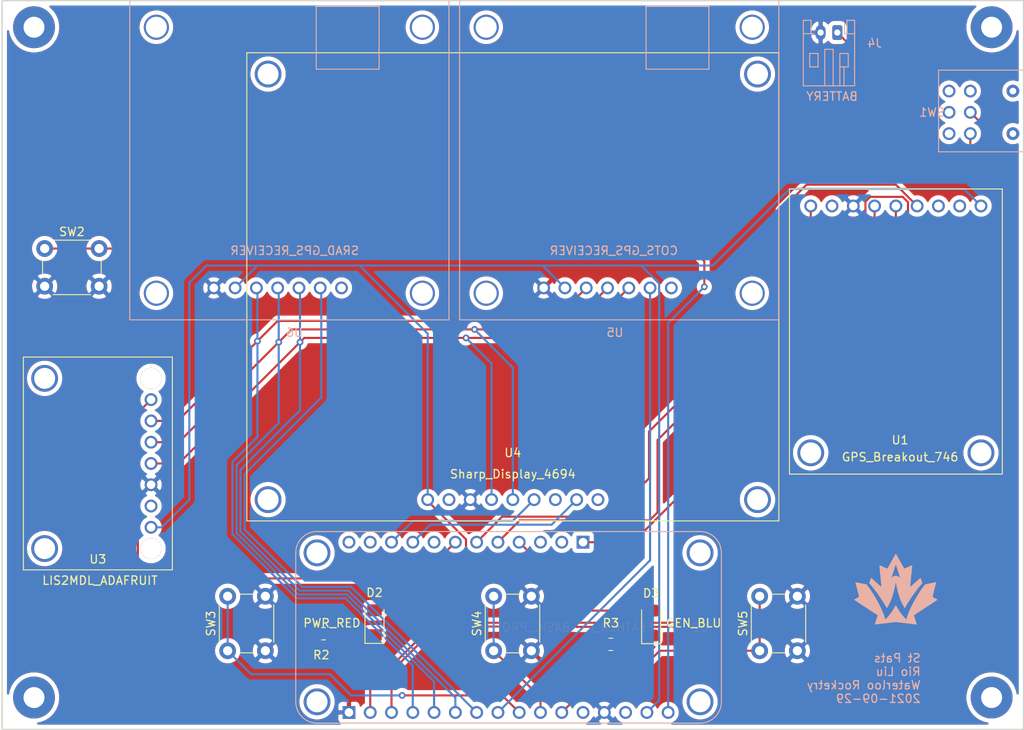
<source format=kicad_pcb>
(kicad_pcb (version 20171130) (host pcbnew 5.1.9+dfsg1-1)
  (layers (0 F.Cu signal) (31 B.Cu signal) (34 B.Paste user) (35 F.Paste user) (36 B.SilkS user) (37 F.SilkS user) (38 B.Mask user) (39 F.Mask user) (44 Edge.Cuts user))
  (net 0 "")
  (net 1 GND)
  (net 2 +3V3)
  (net 3 /GPS_FIX_D11)
  (net 4 "Net-(D2-Pad1)")
  (net 5 /RST)
  (net 6 /BTN_A1)
  (net 7 /BTN_A2)
  (net 8 /BTN_A3)
  (net 9 /SCK)
  (net 10 /MOSI)
  (net 11 /MISO)
  (net 12 /SHARP_CS_D5)
  (net 13 /SHARP_DISP_D6)
  (net 14 /GPS_PPS_D12)
  (net 15 +BATT)
  (net 16 "Net-(J4-Pad1)")
  (net 17 "Net-(D3-Pad2)")
  (net 18 "Net-(D3-Pad1)")
  (net 19 /SRAD_RECV_CS_A5)
  (net 20 /CPS_CS_D10)
  (net 21 /COTS_RECV_CS_A4)
  (net 22 /GPS_TX)
  (net 23 /GPS_RX)
  (module st_pat:Logo_SilkScreen_10mm (layer B.Cu) (at 185.42 107.696 180)
    (fp_text reference G*** hide)
    (fp_text value LOGO hide)
  )
  (module MountingHole:MountingHole_2.5mm_Pad (layer F.Cu) (at 196.85 120.65)
    (fp_text reference " " (at 0 -0.254) (layer F.SilkS))
    (fp_text value " ")
    (pad 1 thru_hole circle (at 0 0) (size 5 5) (drill 2.5) (layers *.Cu *.Mask))
  )
  (module st_pat:GPS_Breakout_746 (layer F.Cu) (at 185.42 97.028 180)
    (fp_text reference U1 (at -0.508 7.112 180) (layer F.SilkS))
    (fp_text value GPS_Breakout_746 (at -0.508 5.08 180) (layer F.SilkS))
    (pad "" thru_hole circle (at 10.16 5.588 180) (size 3.2 3.2) (drill 2.5) (layers *.Cu *.Mask))
    (pad "" thru_hole circle (at -10.16 5.588 180) (size 3.2 3.2) (drill 2.5) (layers *.Cu *.Mask))
    (pad 2 thru_hole circle (at 7.62 35.052 180) (size 1.53 1.53) (drill 1.02) (layers *.Cu *.Mask))
    (pad 1 thru_hole circle (at 10.16 35.052 180) (size 1.53 1.53) (drill 1.02) (layers *.Cu *.Mask) (net 14 /GPS_PPS_D12))
    (pad 6 thru_hole circle (at -2.54 35.052 180) (size 1.53 1.53) (drill 1.02) (layers *.Cu *.Mask) (net 3 /GPS_FIX_D11))
    (pad 4 thru_hole circle (at 2.54 35.052 180) (size 1.53 1.53) (drill 1.02) (layers *.Cu *.Mask) (net 23 /GPS_RX))
    (pad 8 thru_hole circle (at -7.62 35.052 180) (size 1.53 1.53) (drill 1.02) (layers *.Cu *.Mask))
    (pad 3 thru_hole circle (at 5.08 35.052 180) (size 1.53 1.53) (drill 1.02) (layers *.Cu *.Mask) (net 1 GND))
    (pad 9 thru_hole circle (at -10.16 35.052 180) (size 1.53 1.53) (drill 1.02) (layers *.Cu *.Mask) (net 2 +3V3))
    (pad 5 thru_hole circle (at 0 35.052 180) (size 1.53 1.53) (drill 1.02) (layers *.Cu *.Mask) (net 22 /GPS_TX))
    (pad 7 thru_hole circle (at -5.08 35.052 180) (size 1.53 1.53) (drill 1.02) (layers *.Cu *.Mask))
  )
  (module Button_Switch_THT:SW_PUSH_6mm (layer F.Cu) (at 169.164 115.062 90)
    (fp_text reference SW5 (at 3.25 -2 90) (layer F.SilkS))
    (fp_text value BTN)
    (pad 1 thru_hole circle (at 6.5 0 180) (size 2 2) (drill 1.1) (layers *.Cu *.Mask) (net 6 /BTN_A1))
    (pad 2 thru_hole circle (at 6.5 4.5 180) (size 2 2) (drill 1.1) (layers *.Cu *.Mask) (net 1 GND))
    (pad 1 thru_hole circle (at 0 0 180) (size 2 2) (drill 1.1) (layers *.Cu *.Mask) (net 6 /BTN_A1))
    (pad 2 thru_hole circle (at 0 4.5 180) (size 2 2) (drill 1.1) (layers *.Cu *.Mask) (net 1 GND))
  )
  (module Button_Switch_THT:SW_PUSH_6mm (layer F.Cu) (at 137.414 115.062 90)
    (fp_text reference SW4 (at 3.25 -2 90) (layer F.SilkS))
    (fp_text value BTN)
    (pad 1 thru_hole circle (at 6.5 0 180) (size 2 2) (drill 1.1) (layers *.Cu *.Mask) (net 7 /BTN_A2))
    (pad 2 thru_hole circle (at 6.5 4.5 180) (size 2 2) (drill 1.1) (layers *.Cu *.Mask) (net 1 GND))
    (pad 1 thru_hole circle (at 0 0 180) (size 2 2) (drill 1.1) (layers *.Cu *.Mask) (net 7 /BTN_A2))
    (pad 2 thru_hole circle (at 0 4.5 180) (size 2 2) (drill 1.1) (layers *.Cu *.Mask) (net 1 GND))
  )
  (module Button_Switch_THT:SW_PUSH_6mm (layer F.Cu) (at 105.664 115.062 90)
    (fp_text reference SW3 (at 3.25 -2 90) (layer F.SilkS))
    (fp_text value BTN)
    (pad 1 thru_hole circle (at 6.5 0 180) (size 2 2) (drill 1.1) (layers *.Cu *.Mask) (net 8 /BTN_A3))
    (pad 2 thru_hole circle (at 6.5 4.5 180) (size 2 2) (drill 1.1) (layers *.Cu *.Mask) (net 1 GND))
    (pad 1 thru_hole circle (at 0 0 180) (size 2 2) (drill 1.1) (layers *.Cu *.Mask) (net 8 /BTN_A3))
    (pad 2 thru_hole circle (at 0 4.5 180) (size 2 2) (drill 1.1) (layers *.Cu *.Mask) (net 1 GND))
  )
  (module Button_Switch_THT:SW_PUSH_6mm (layer F.Cu) (at 83.82 67.056)
    (fp_text reference SW2 (at 3.25 -2) (layer F.SilkS))
    (fp_text value BTN_RST)
    (pad 1 thru_hole circle (at 6.5 0 90) (size 2 2) (drill 1.1) (layers *.Cu *.Mask) (net 5 /RST))
    (pad 2 thru_hole circle (at 6.5 4.5 90) (size 2 2) (drill 1.1) (layers *.Cu *.Mask) (net 1 GND))
    (pad 1 thru_hole circle (at 0 0 90) (size 2 2) (drill 1.1) (layers *.Cu *.Mask) (net 5 /RST))
    (pad 2 thru_hole circle (at 0 4.5 90) (size 2 2) (drill 1.1) (layers *.Cu *.Mask) (net 1 GND))
  )
  (module MountingHole:MountingHole_2.5mm_Pad (layer F.Cu) (at 82.55 120.65)
    (fp_text reference " " (at 0 -0.254) (layer F.SilkS))
    (fp_text value " ")
    (pad 1 thru_hole circle (at 0 0) (size 5 5) (drill 2.5) (layers *.Cu *.Mask))
  )
  (module MountingHole:MountingHole_2.5mm_Pad (layer F.Cu) (at 82.55 40.64)
    (fp_text reference " " (at 0 -0.254) (layer F.SilkS))
    (fp_text value " ")
    (pad 1 thru_hole circle (at 0 0) (size 5 5) (drill 2.5) (layers *.Cu *.Mask))
  )
  (module MountingHole:MountingHole_2.5mm_Pad (layer F.Cu) (at 196.85 40.64)
    (fp_text reference " " (at 0 -0.254) (layer F.SilkS))
    (fp_text value " ")
    (pad 1 thru_hole circle (at 0 0) (size 5 5) (drill 2.5) (layers *.Cu *.Mask))
  )
  (module st_pat:Sharp_Display (layer F.Cu) (at 129.54 97.028 180)
    (fp_text reference U4 (at -10.16 5.588) (layer F.SilkS))
    (fp_text value Sharp_Display_4694 (at -10.16 3.048) (layer F.SilkS))
    (pad 9 thru_hole circle (at -20.32 0 180) (size 1.53 1.53) (drill 1.02) (layers *.Cu *.Mask))
    (pad 8 thru_hole circle (at -17.78 0 180) (size 1.53 1.53) (drill 1.02) (layers *.Cu *.Mask) (net 13 /SHARP_DISP_D6))
    (pad 7 thru_hole circle (at -15.24 0 180) (size 1.53 1.53) (drill 1.02) (layers *.Cu *.Mask))
    (pad 6 thru_hole circle (at -12.7 0 180) (size 1.53 1.53) (drill 1.02) (layers *.Cu *.Mask) (net 12 /SHARP_CS_D5))
    (pad 5 thru_hole circle (at -10.16 0 180) (size 1.53 1.53) (drill 1.02) (layers *.Cu *.Mask) (net 10 /MOSI))
    (pad 4 thru_hole circle (at -7.62 0 180) (size 1.53 1.53) (drill 1.02) (layers *.Cu *.Mask) (net 9 /SCK))
    (pad 3 thru_hole circle (at -5.08 0 180) (size 1.53 1.53) (drill 1.02) (layers *.Cu *.Mask) (net 1 GND))
    (pad 2 thru_hole circle (at -2.54 0 180) (size 1.53 1.53) (drill 1.02) (layers *.Cu *.Mask))
    (pad 1 thru_hole circle (at 0 0 180) (size 1.53 1.53) (drill 1.02) (layers *.Cu *.Mask) (net 2 +3V3))
    (pad "" thru_hole circle (at 19.05 0 180) (size 3.2 3.2) (drill 2.5) (layers *.Cu *.Mask))
    (pad "" thru_hole circle (at 19.05 50.8 180) (size 3.2 3.2) (drill 2.5) (layers *.Cu *.Mask))
    (pad "" thru_hole circle (at -39.37 50.8 180) (size 3.2 3.2) (drill 2.5) (layers *.Cu *.Mask))
    (pad "" thru_hole circle (at -39.37 0 180) (size 3.2 3.2) (drill 2.5) (layers *.Cu *.Mask))
  )
  (module FEATHER_M0_BASIC_PROTO:FEATHER_M0_BASIC_PROTO (layer B.Cu) (at 139.192 112.268 180)
    (fp_text reference U2 (at -22.86 0 180) (layer B.SilkS) (effects (font (thickness 0.015)) (justify mirror)))
    (fp_text value FEATHER_M0_BASIC_PROTO (at -7.366 0 180) (layer B.SilkS) (effects (font (thickness 0.015)) (justify mirror)))
    (pad P1_1 thru_hole rect (at 19.05 -10.16 180) (size 1.53 1.53) (drill 1.02) (layers *.Cu *.Mask) (net 1 GND))
    (pad P2_1 thru_hole rect (at -8.89 10.16 180) (size 1.53 1.53) (drill 1.02) (layers *.Cu *.Mask) (net 15 +BATT))
    (pad P$1 thru_hole circle (at -22.86 8.89 180) (size 3.2 3.2) (drill 2.5) (layers *.Cu *.Mask))
    (pad P$2 thru_hole circle (at -22.86 -8.89 180) (size 3.2 3.2) (drill 2.5) (layers *.Cu *.Mask))
    (pad P2_2 thru_hole circle (at -6.35 10.16 180) (size 1.53 1.53) (drill 1.02) (layers *.Cu *.Mask))
    (pad P2_3 thru_hole circle (at -3.81 10.16 180) (size 1.53 1.53) (drill 1.02) (layers *.Cu *.Mask))
    (pad P2_4 thru_hole circle (at -1.27 10.16 180) (size 1.53 1.53) (drill 1.02) (layers *.Cu *.Mask) (net 17 "Net-(D3-Pad2)"))
    (pad P2_5 thru_hole circle (at 1.27 10.16 180) (size 1.53 1.53) (drill 1.02) (layers *.Cu *.Mask) (net 14 /GPS_PPS_D12))
    (pad P2_6 thru_hole circle (at 3.81 10.16 180) (size 1.53 1.53) (drill 1.02) (layers *.Cu *.Mask) (net 3 /GPS_FIX_D11))
    (pad P2_7 thru_hole circle (at 6.35 10.16 180) (size 1.53 1.53) (drill 1.02) (layers *.Cu *.Mask) (net 20 /CPS_CS_D10))
    (pad P2_8 thru_hole circle (at 8.89 10.16 180) (size 1.53 1.53) (drill 1.02) (layers *.Cu *.Mask))
    (pad P2_9 thru_hole circle (at 11.43 10.16 180) (size 1.53 1.53) (drill 1.02) (layers *.Cu *.Mask) (net 13 /SHARP_DISP_D6))
    (pad P2_10 thru_hole circle (at 13.97 10.16 180) (size 1.53 1.53) (drill 1.02) (layers *.Cu *.Mask) (net 12 /SHARP_CS_D5))
    (pad P2_11 thru_hole circle (at 16.51 10.16 180) (size 1.53 1.53) (drill 1.02) (layers *.Cu *.Mask))
    (pad P2_12 thru_hole circle (at 19.05 10.16 180) (size 1.53 1.53) (drill 1.02) (layers *.Cu *.Mask))
    (pad P1_2 thru_hole circle (at 16.51 -10.16 180) (size 1.53 1.53) (drill 1.02) (layers *.Cu *.Mask) (net 23 /GPS_RX))
    (pad P1_3 thru_hole circle (at 13.97 -10.16 180) (size 1.53 1.53) (drill 1.02) (layers *.Cu *.Mask) (net 22 /GPS_TX))
    (pad P1_4 thru_hole circle (at 11.43 -10.16 180) (size 1.53 1.53) (drill 1.02) (layers *.Cu *.Mask) (net 11 /MISO))
    (pad P1_5 thru_hole circle (at 8.89 -10.16 180) (size 1.53 1.53) (drill 1.02) (layers *.Cu *.Mask) (net 10 /MOSI))
    (pad P1_6 thru_hole circle (at 6.35 -10.16 180) (size 1.53 1.53) (drill 1.02) (layers *.Cu *.Mask) (net 9 /SCK))
    (pad P1_7 thru_hole circle (at 3.81 -10.16 180) (size 1.53 1.53) (drill 1.02) (layers *.Cu *.Mask) (net 19 /SRAD_RECV_CS_A5))
    (pad P1_8 thru_hole circle (at 1.27 -10.16 180) (size 1.53 1.53) (drill 1.02) (layers *.Cu *.Mask) (net 21 /COTS_RECV_CS_A4))
    (pad P1_9 thru_hole circle (at -1.27 -10.16 180) (size 1.53 1.53) (drill 1.02) (layers *.Cu *.Mask) (net 8 /BTN_A3))
    (pad P1_10 thru_hole circle (at -3.81 -10.16 180) (size 1.53 1.53) (drill 1.02) (layers *.Cu *.Mask) (net 7 /BTN_A2))
    (pad P1_11 thru_hole circle (at -6.35 -10.16 180) (size 1.53 1.53) (drill 1.02) (layers *.Cu *.Mask) (net 6 /BTN_A1))
    (pad P1_12 thru_hole circle (at -8.89 -10.16 180) (size 1.53 1.53) (drill 1.02) (layers *.Cu *.Mask))
    (pad P1_13 thru_hole circle (at -11.43 -10.16 180) (size 1.53 1.53) (drill 1.02) (layers *.Cu *.Mask) (net 1 GND))
    (pad P1_14 thru_hole circle (at -13.97 -10.16 180) (size 1.53 1.53) (drill 1.02) (layers *.Cu *.Mask))
    (pad P1_15 thru_hole circle (at -16.51 -10.16 180) (size 1.53 1.53) (drill 1.02) (layers *.Cu *.Mask) (net 2 +3V3))
    (pad P1_16 thru_hole circle (at -19.05 -10.16 180) (size 1.53 1.53) (drill 1.02) (layers *.Cu *.Mask) (net 5 /RST))
    (pad P$3 thru_hole circle (at 22.86 -8.89 180) (size 3.2 3.2) (drill 2.5) (layers *.Cu *.Mask))
    (pad P$4 thru_hole circle (at 22.86 8.89 180) (size 3.2 3.2) (drill 2.5) (layers *.Cu *.Mask))
  )
  (module st_pat:LIS3MDL_ADAFRUIT (layer F.Cu) (at 78.74 97.79 90)
    (fp_text reference U3 (at -6.35 11.43 180) (layer F.SilkS))
    (fp_text value LIS2MDL_ADAFRUIT (at -8.89 11.684 180) (layer F.SilkS))
    (pad 1 thru_hole circle (at -2.54 17.78 90) (size 1.53 1.53) (drill 1.02) (layers *.Cu *.Mask) (net 2 +3V3))
    (pad "" thru_hole circle (at -5.08 17.78 90) (size 2.5 2.5) (drill 2.5) (layers *.Cu *.Mask))
    (pad "" thru_hole circle (at 15.24 17.78 90) (size 2.5 2.5) (drill 2.5) (layers *.Cu *.Mask))
    (pad "" thru_hole circle (at 15.24 5.08 90) (size 3.2 3.2) (drill 2.5) (layers *.Cu *.Mask))
    (pad "" thru_hole circle (at -5.08 5.08 90) (size 3.2 3.2) (drill 2.5) (layers *.Cu *.Mask))
    (pad 2 thru_hole circle (at 0 17.78 90) (size 1.53 1.53) (drill 1.02) (layers *.Cu *.Mask))
    (pad 3 thru_hole circle (at 2.54 17.78 90) (size 1.53 1.53) (drill 1.02) (layers *.Cu *.Mask) (net 1 GND))
    (pad 4 thru_hole circle (at 5.08 17.78 90) (size 1.53 1.53) (drill 1.02) (layers *.Cu *.Mask) (net 9 /SCK))
    (pad 5 thru_hole circle (at 7.62 17.78 90) (size 1.53 1.53) (drill 1.02) (layers *.Cu *.Mask) (net 10 /MOSI))
    (pad 6 thru_hole circle (at 10.16 17.78 90) (size 1.53 1.53) (drill 1.02) (layers *.Cu *.Mask) (net 11 /MISO))
    (pad 7 thru_hole circle (at 12.7 17.78 90) (size 1.53 1.53) (drill 1.02) (layers *.Cu *.Mask) (net 20 /CPS_CS_D10))
  )
  (module st_pat:Telemetry_Breakout (layer B.Cu) (at 133.985 57.15 90)
    (fp_text reference U6 (at -19.939 -20.343) (layer B.SilkS) (effects (justify mirror)))
    (fp_text value SRAD_GPS_RECEIVER (at -10.16 -20.32) (layer B.SilkS) (effects (justify mirror)))
    (pad "" thru_hole circle (at -15.24 -5.08 90) (size 3 3) (drill 2.5) (layers *.Cu *.Mask))
    (pad "" thru_hole circle (at 16.51 -5.08 90) (size 3 3) (drill 2.5) (layers *.Cu *.Mask))
    (pad "" thru_hole circle (at 16.51 -36.83 90) (size 3 3) (drill 2.5) (layers *.Cu *.Mask))
    (pad "" thru_hole circle (at -15.24 -36.83 90) (size 3 3) (drill 2.5) (layers *.Cu *.Mask))
    (pad 1 thru_hole circle (at -14.605 -14.732 90) (size 1.524 1.524) (drill 1.016) (layers *.Cu *.Mask))
    (pad 2 thru_hole circle (at -14.605 -17.272 90) (size 1.524 1.524) (drill 1.016) (layers *.Cu *.Mask) (net 19 /SRAD_RECV_CS_A5))
    (pad 3 thru_hole circle (at -14.605 -19.812 90) (size 1.524 1.524) (drill 1.016) (layers *.Cu *.Mask) (net 9 /SCK))
    (pad 4 thru_hole circle (at -14.605 -22.352 90) (size 1.524 1.524) (drill 1.016) (layers *.Cu *.Mask) (net 10 /MOSI))
    (pad 5 thru_hole circle (at -14.605 -24.892 90) (size 1.524 1.524) (drill 1.016) (layers *.Cu *.Mask) (net 11 /MISO))
    (pad 6 thru_hole circle (at -14.605 -27.432 90) (size 1.524 1.524) (drill 1.016) (layers *.Cu *.Mask) (net 2 +3V3))
    (pad 7 thru_hole circle (at -14.605 -29.972 90) (size 1.524 1.524) (drill 1.016) (layers *.Cu *.Mask) (net 1 GND))
  )
  (module st_pat:Telemetry_Breakout (layer B.Cu) (at 173.355 57.15 90)
    (fp_text reference U5 (at -19.939 -21.463) (layer B.SilkS) (effects (justify mirror)))
    (fp_text value COTS_GPS_RECEIVER (at -10.16 -21.59) (layer B.SilkS) (effects (justify mirror)))
    (pad "" thru_hole circle (at -15.24 -5.08 90) (size 3 3) (drill 2.5) (layers *.Cu *.Mask))
    (pad "" thru_hole circle (at 16.51 -5.08 90) (size 3 3) (drill 2.5) (layers *.Cu *.Mask))
    (pad "" thru_hole circle (at 16.51 -36.83 90) (size 3 3) (drill 2.5) (layers *.Cu *.Mask))
    (pad "" thru_hole circle (at -15.24 -36.83 90) (size 3 3) (drill 2.5) (layers *.Cu *.Mask))
    (pad 1 thru_hole circle (at -14.605 -14.732 90) (size 1.524 1.524) (drill 1.016) (layers *.Cu *.Mask))
    (pad 2 thru_hole circle (at -14.605 -17.272 90) (size 1.524 1.524) (drill 1.016) (layers *.Cu *.Mask) (net 21 /COTS_RECV_CS_A4))
    (pad 3 thru_hole circle (at -14.605 -19.812 90) (size 1.524 1.524) (drill 1.016) (layers *.Cu *.Mask) (net 9 /SCK))
    (pad 4 thru_hole circle (at -14.605 -22.352 90) (size 1.524 1.524) (drill 1.016) (layers *.Cu *.Mask) (net 10 /MOSI))
    (pad 5 thru_hole circle (at -14.605 -24.892 90) (size 1.524 1.524) (drill 1.016) (layers *.Cu *.Mask) (net 11 /MISO))
    (pad 6 thru_hole circle (at -14.605 -27.432 90) (size 1.524 1.524) (drill 1.016) (layers *.Cu *.Mask) (net 2 +3V3))
    (pad 7 thru_hole circle (at -14.605 -29.972 90) (size 1.524 1.524) (drill 1.016) (layers *.Cu *.Mask) (net 1 GND))
  )
  (module Resistor_SMD:R_0805_2012Metric_Pad1.20x1.40mm_HandSolder (layer F.Cu) (at 151.4 114.3 180)
    (fp_text reference R3 (at 0 2.54) (layer F.SilkS))
    (fp_text value 100)
    (pad 2 smd roundrect (at 1 0 180) (size 1.2 1.4) (layers F.Cu F.Paste F.Mask) (roundrect_rratio 0.2083325) (net 1 GND))
    (pad 1 smd roundrect (at -1 0 180) (size 1.2 1.4) (layers F.Cu F.Paste F.Mask) (roundrect_rratio 0.2083325) (net 18 "Net-(D3-Pad1)"))
  )
  (module LED_SMD:LED_1206_3216Metric_Pad1.42x1.75mm_HandSolder (layer F.Cu) (at 156.21 111.76 90)
    (fp_text reference D3 (at 3.556 0 180) (layer F.SilkS))
    (fp_text value GEN_BLU (at 0 5.08 180) (layer F.SilkS))
    (pad 2 smd roundrect (at 1.4875 0 90) (size 1.425 1.75) (layers F.Cu F.Paste F.Mask) (roundrect_rratio 0.1754385964912281) (net 17 "Net-(D3-Pad2)"))
    (pad 1 smd roundrect (at -1.4875 0 90) (size 1.425 1.75) (layers F.Cu F.Paste F.Mask) (roundrect_rratio 0.1754385964912281) (net 18 "Net-(D3-Pad1)"))
  )
  (module st_pat:SW_Rocker_A22K1H-EA (layer B.Cu) (at 191.77 48.26 270)
    (fp_text reference SW1 (at 2.54 2.032) (layer B.SilkS) (effects (justify mirror)))
    (fp_text value SW_PWR)
    (pad "" thru_hole circle (at 5.08 -7.62 270) (size 1.524 1.524) (drill 0.8) (layers *.Cu *.Mask))
    (pad "" thru_hole circle (at 0 -7.62 270) (size 1.524 1.524) (drill 0.8) (layers *.Cu *.Mask))
    (pad 6 thru_hole circle (at 5.08 -2.54 270) (size 1.524 1.524) (drill 1.016) (layers *.Cu *.Mask) (net 16 "Net-(J4-Pad1)"))
    (pad 5 thru_hole circle (at 2.54 -2.54 270) (size 1.524 1.524) (drill 1.016) (layers *.Cu *.Mask) (net 15 +BATT))
    (pad 4 thru_hole circle (at 0 -2.54 270) (size 1.524 1.524) (drill 1.016) (layers *.Cu *.Mask))
    (pad 3 thru_hole circle (at 5.08 0 270) (size 1.524 1.524) (drill 1.016) (layers *.Cu *.Mask))
    (pad 2 thru_hole circle (at 2.54 0 270) (size 1.524 1.524) (drill 1.016) (layers *.Cu *.Mask))
    (pad 1 thru_hole circle (at 0 0 270) (size 1.524 1.524) (drill 1.016) (layers *.Cu *.Mask))
  )
  (module Resistor_SMD:R_0805_2012Metric_Pad1.20x1.40mm_HandSolder (layer F.Cu) (at 117.11 113.03 180)
    (fp_text reference R2 (at 0.27 -2.54) (layer F.SilkS))
    (fp_text value 160)
    (pad 2 smd roundrect (at 1 0 180) (size 1.2 1.4) (layers F.Cu F.Paste F.Mask) (roundrect_rratio 0.2083325) (net 1 GND))
    (pad 1 smd roundrect (at -1 0 180) (size 1.2 1.4) (layers F.Cu F.Paste F.Mask) (roundrect_rratio 0.2083325) (net 4 "Net-(D2-Pad1)"))
  )
  (module LED_SMD:LED_1206_3216Metric_Pad1.42x1.75mm_HandSolder (layer F.Cu) (at 123.19 111.7235 90)
    (fp_text reference D2 (at 3.5925 0 180) (layer F.SilkS))
    (fp_text value PWR_RED (at -0.0365 -5.08 180) (layer F.SilkS))
    (pad 2 smd roundrect (at 1.4875 0 90) (size 1.425 1.75) (layers F.Cu F.Paste F.Mask) (roundrect_rratio 0.1754385964912281) (net 2 +3V3))
    (pad 1 smd roundrect (at -1.4875 0 90) (size 1.425 1.75) (layers F.Cu F.Paste F.Mask) (roundrect_rratio 0.1754385964912281) (net 4 "Net-(D2-Pad1)"))
  )
  (module Connector_JST:JST_PH_S2B-PH-K_1x02_P2.00mm_Horizontal (layer B.Cu) (at 178.435 41.275 180)
    (fp_text reference J4 (at -4.445 -1.27) (layer B.SilkS) (effects (justify mirror)))
    (fp_text value BATTERY (at 0.635 -7.62) (layer B.SilkS) (effects (justify mirror)))
    (pad 2 thru_hole oval (at 2 0 180) (size 1.2 1.75) (drill 0.75) (layers *.Cu *.Mask) (net 1 GND))
    (pad 1 thru_hole roundrect (at 0 0 180) (size 1.2 1.75) (drill 0.75) (layers *.Cu *.Mask) (roundrect_rratio 0.2083325) (net 16 "Net-(J4-Pad1)"))
  )
  (gr_text "St Pats\nRio Liu\nWaterloo Rocketry\n2021-09-29" (at 188.468 118.364) (layer B.SilkS) (effects (font (size 1 1)) (justify left mirror)))
  (gr_line (start 78.74 124.46) (end 78.74 37.465) (layer Edge.Cuts) (width 0.15))
  (gr_line (start 200.66 124.46) (end 78.74 124.46) (layer Edge.Cuts) (width 0.15))
  (gr_line (start 78.74 37.465) (end 200.66 37.465) (layer Edge.Cuts) (width 0.15))
  (gr_line (start 200.66 37.465) (end 200.66 124.46) (layer Edge.Cuts) (width 0.15))
  (segment (start 96.52 100.33) (end 97.79 100.33) (width 0.25) (layer B.Cu) (net 2))
  (segment (start 97.79 100.33) (end 101.092 97.028) (width 0.25) (layer B.Cu) (net 2))
  (segment (start 101.092 97.028) (end 101.092 71.12) (width 0.25) (layer B.Cu) (net 2))
  (segment (start 101.092 71.12) (end 103.124 69.088) (width 0.25) (layer B.Cu) (net 2))
  (segment (start 195.58 61.976) (end 193.548 59.944) (width 0.25) (layer B.Cu) (net 2))
  (segment (start 193.548 59.944) (end 172.72 59.944) (width 0.25) (layer B.Cu) (net 2))
  (segment (start 172.72 59.944) (end 163.576 69.088) (width 0.25) (layer B.Cu) (net 2))
  (segment (start 106.553 71.755) (end 109.22 69.088) (width 0.25) (layer B.Cu) (net 2))
  (segment (start 109.22 69.088) (end 115.824 69.088) (width 0.25) (layer B.Cu) (net 2))
  (segment (start 103.124 69.088) (end 109.22 69.088) (width 0.25) (layer B.Cu) (net 2))
  (segment (start 157.170001 71.233239) (end 155.024762 69.088) (width 0.25) (layer B.Cu) (net 2))
  (segment (start 155.702 122.428) (end 157.170001 120.959999) (width 0.25) (layer B.Cu) (net 2))
  (segment (start 157.170001 120.959999) (end 157.170001 71.233239) (width 0.25) (layer B.Cu) (net 2))
  (segment (start 155.024762 69.088) (end 154.432 69.088) (width 0.25) (layer B.Cu) (net 2))
  (segment (start 163.576 69.088) (end 154.432 69.088) (width 0.25) (layer B.Cu) (net 2))
  (segment (start 129.54 97.028) (end 129.54 77.216) (width 0.25) (layer B.Cu) (net 2))
  (segment (start 121.412 69.088) (end 114.3 69.088) (width 0.25) (layer B.Cu) (net 2))
  (segment (start 129.54 77.216) (end 121.412 69.088) (width 0.25) (layer B.Cu) (net 2))
  (segment (start 143.256 69.088) (end 142.748 69.088) (width 0.25) (layer B.Cu) (net 2))
  (segment (start 145.923 71.755) (end 143.256 69.088) (width 0.25) (layer B.Cu) (net 2))
  (segment (start 142.748 69.088) (end 121.412 69.088) (width 0.25) (layer B.Cu) (net 2))
  (segment (start 154.432 69.088) (end 142.748 69.088) (width 0.25) (layer B.Cu) (net 2))
  (segment (start 129.54 97.192798) (end 129.54 97.028) (width 0.25) (layer F.Cu) (net 2))
  (segment (start 134.112 101.764798) (end 129.54 97.192798) (width 0.25) (layer F.Cu) (net 2))
  (segment (start 134.112 105.156) (end 134.112 101.764798) (width 0.25) (layer F.Cu) (net 2))
  (segment (start 129.032 110.236) (end 134.112 105.156) (width 0.25) (layer F.Cu) (net 2))
  (segment (start 123.19 110.236) (end 129.032 110.236) (width 0.25) (layer F.Cu) (net 2))
  (segment (start 174.752 59.436) (end 185.42 59.436) (width 0.25) (layer F.Cu) (net 3))
  (segment (start 151.384 99.06) (end 155.956 94.488) (width 0.25) (layer F.Cu) (net 3))
  (segment (start 171.704 62.484) (end 174.752 59.436) (width 0.25) (layer F.Cu) (net 3))
  (segment (start 171.704 73.152) (end 171.704 62.484) (width 0.25) (layer F.Cu) (net 3))
  (segment (start 185.42 59.436) (end 187.96 61.976) (width 0.25) (layer F.Cu) (net 3))
  (segment (start 155.956 88.9) (end 171.704 73.152) (width 0.25) (layer F.Cu) (net 3))
  (segment (start 155.956 94.488) (end 155.956 88.9) (width 0.25) (layer F.Cu) (net 3))
  (segment (start 138.43 99.06) (end 139.192 99.06) (width 0.25) (layer F.Cu) (net 3))
  (segment (start 135.382 102.108) (end 138.43 99.06) (width 0.25) (layer F.Cu) (net 3))
  (segment (start 139.192 99.06) (end 151.384 99.06) (width 0.25) (layer F.Cu) (net 3))
  (segment (start 118.291 113.211) (end 118.11 113.03) (width 0.25) (layer F.Cu) (net 4))
  (segment (start 123.19 113.211) (end 118.291 113.211) (width 0.25) (layer F.Cu) (net 4))
  (segment (start 158.623 122.047) (end 158.242 122.428) (width 0.25) (layer B.Cu) (net 5))
  (segment (start 158.242 122.428) (end 158.242 75.946) (width 0.25) (layer B.Cu) (net 5))
  (segment (start 158.242 75.946) (end 162.56 71.628) (width 0.25) (layer B.Cu) (net 5))
  (segment (start 162.56 71.628) (end 162.56 71.628) (width 0.25) (layer B.Cu) (net 5))
  (via (at 162.56 71.628) (size 0.8) (drill 0.4) (layers F.Cu B.Cu) (net 5))
  (segment (start 162.56 71.628) (end 162.56 68.58) (width 0.25) (layer F.Cu) (net 5))
  (segment (start 161.036 67.056) (end 90.32 67.056) (width 0.25) (layer F.Cu) (net 5))
  (segment (start 162.56 68.58) (end 161.036 67.056) (width 0.25) (layer F.Cu) (net 5))
  (segment (start 83.82 67.056) (end 90.32 67.056) (width 0.25) (layer F.Cu) (net 5))
  (segment (start 169.164 115.062) (end 157.226 115.062) (width 0.25) (layer F.Cu) (net 6))
  (segment (start 157.226 115.062) (end 151.892 120.396) (width 0.25) (layer F.Cu) (net 6))
  (segment (start 147.574 120.396) (end 145.542 122.428) (width 0.25) (layer F.Cu) (net 6))
  (segment (start 151.892 120.396) (end 147.574 120.396) (width 0.25) (layer F.Cu) (net 6))
  (segment (start 169.164 115.062) (end 169.164 108.562) (width 0.25) (layer F.Cu) (net 6))
  (segment (start 143.002 120.65) (end 137.414 115.062) (width 0.25) (layer F.Cu) (net 7))
  (segment (start 143.002 122.428) (end 143.002 120.65) (width 0.25) (layer F.Cu) (net 7))
  (segment (start 137.414 115.062) (end 137.414 108.562) (width 0.25) (layer B.Cu) (net 7))
  (segment (start 140.462 122.428) (end 140.716 122.428) (width 0.25) (layer B.Cu) (net 8))
  (segment (start 140.462 122.428) (end 138.43 120.396) (width 0.25) (layer F.Cu) (net 8))
  (segment (start 138.43 120.396) (end 126.492 120.396) (width 0.25) (layer F.Cu) (net 8))
  (segment (start 126.492 120.396) (end 126.492 120.396) (width 0.25) (layer F.Cu) (net 8))
  (via (at 126.492 120.396) (size 0.8) (drill 0.4) (layers F.Cu B.Cu) (net 8))
  (segment (start 126.492 120.396) (end 120.396 120.396) (width 0.25) (layer B.Cu) (net 8))
  (segment (start 120.396 120.396) (end 117.856 117.856) (width 0.25) (layer B.Cu) (net 8))
  (segment (start 108.458 117.856) (end 105.664 115.062) (width 0.25) (layer B.Cu) (net 8))
  (segment (start 117.856 117.856) (end 108.458 117.856) (width 0.25) (layer B.Cu) (net 8))
  (segment (start 105.664 115.062) (end 105.664 108.562) (width 0.25) (layer B.Cu) (net 8))
  (via (at 114.3 78.232) (size 0.8) (drill 0.4) (layers F.Cu B.Cu) (net 9))
  (segment (start 147.574 77.724) (end 153.543 71.755) (width 0.25) (layer F.Cu) (net 9))
  (segment (start 134.112 77.724) (end 147.574 77.724) (width 0.25) (layer F.Cu) (net 9))
  (via (at 134.112 77.724) (size 0.8) (drill 0.4) (layers F.Cu B.Cu) (net 9))
  (segment (start 137.16 80.772) (end 134.112 77.724) (width 0.25) (layer B.Cu) (net 9))
  (segment (start 137.16 97.028) (end 137.16 80.772) (width 0.25) (layer B.Cu) (net 9))
  (segment (start 96.647 92.583) (end 96.52 92.71) (width 0.25) (layer F.Cu) (net 9))
  (segment (start 99.822 92.71) (end 114.3 78.232) (width 0.25) (layer F.Cu) (net 9))
  (segment (start 96.52 92.71) (end 99.822 92.71) (width 0.25) (layer F.Cu) (net 9))
  (segment (start 114.808 77.724) (end 114.3 78.232) (width 0.25) (layer F.Cu) (net 9))
  (segment (start 134.112 77.724) (end 114.808 77.724) (width 0.25) (layer F.Cu) (net 9))
  (segment (start 114.3 71.882) (end 114.173 71.755) (width 0.25) (layer B.Cu) (net 9))
  (segment (start 114.3 78.232) (end 114.3 71.882) (width 0.25) (layer B.Cu) (net 9))
  (segment (start 114.3 86.36) (end 114.3 78.232) (width 0.25) (layer B.Cu) (net 9))
  (segment (start 107.188 93.472) (end 114.3 86.36) (width 0.25) (layer B.Cu) (net 9))
  (segment (start 107.188 100.83518) (end 107.188 93.472) (width 0.25) (layer B.Cu) (net 9))
  (segment (start 114.244829 107.892009) (end 107.188 100.83518) (width 0.25) (layer B.Cu) (net 9))
  (segment (start 120.084009 107.892009) (end 114.244829 107.892009) (width 0.25) (layer B.Cu) (net 9))
  (segment (start 132.842 120.65) (end 120.084009 107.892009) (width 0.25) (layer B.Cu) (net 9))
  (segment (start 132.842 122.428) (end 132.842 120.65) (width 0.25) (layer B.Cu) (net 9))
  (via (at 111.76 78.232) (size 0.8) (drill 0.4) (layers F.Cu B.Cu) (net 10))
  (segment (start 139.7 97.028) (end 139.7 81.28) (width 0.25) (layer B.Cu) (net 10))
  (segment (start 139.7 81.28) (end 135.128 76.708) (width 0.25) (layer B.Cu) (net 10))
  (segment (start 135.128 76.708) (end 135.128 76.708) (width 0.25) (layer B.Cu) (net 10))
  (via (at 135.128 76.708) (size 0.8) (drill 0.4) (layers F.Cu B.Cu) (net 10))
  (segment (start 96.647 90.043) (end 96.52 90.17) (width 0.25) (layer F.Cu) (net 10))
  (segment (start 99.822 90.17) (end 111.76 78.232) (width 0.25) (layer F.Cu) (net 10))
  (segment (start 96.52 90.17) (end 99.822 90.17) (width 0.25) (layer F.Cu) (net 10))
  (segment (start 113.284 76.708) (end 111.76 78.232) (width 0.25) (layer F.Cu) (net 10))
  (segment (start 146.05 76.708) (end 113.284 76.708) (width 0.25) (layer F.Cu) (net 10))
  (segment (start 151.003 71.755) (end 146.05 76.708) (width 0.25) (layer F.Cu) (net 10))
  (segment (start 111.76 71.882) (end 111.633 71.755) (width 0.25) (layer B.Cu) (net 10))
  (segment (start 111.76 78.232) (end 111.76 71.882) (width 0.25) (layer B.Cu) (net 10))
  (segment (start 130.302 122.428) (end 130.302 118.74641) (width 0.25) (layer B.Cu) (net 10))
  (segment (start 130.302 118.74641) (end 119.897609 108.342019) (width 0.25) (layer B.Cu) (net 10))
  (segment (start 119.897609 108.342019) (end 114.058429 108.342019) (width 0.25) (layer B.Cu) (net 10))
  (segment (start 106.73799 101.02158) (end 106.73799 92.90601) (width 0.25) (layer B.Cu) (net 10))
  (segment (start 106.744205 101.027795) (end 106.73799 101.02158) (width 0.25) (layer B.Cu) (net 10))
  (segment (start 114.058429 108.342019) (end 106.744205 101.027795) (width 0.25) (layer B.Cu) (net 10))
  (segment (start 111.76 87.884) (end 111.76 87.376) (width 0.25) (layer B.Cu) (net 10))
  (segment (start 106.73799 92.90601) (end 111.76 87.884) (width 0.25) (layer B.Cu) (net 10))
  (segment (start 111.76 87.376) (end 111.76 78.232) (width 0.25) (layer B.Cu) (net 10))
  (segment (start 111.76 87.63) (end 111.76 87.376) (width 0.25) (layer B.Cu) (net 10))
  (via (at 109.22 78.105) (size 0.8) (drill 0.4) (layers F.Cu B.Cu) (net 11))
  (segment (start 96.647 87.503) (end 96.52 87.63) (width 0.25) (layer F.Cu) (net 11))
  (segment (start 99.695 87.63) (end 109.22 78.105) (width 0.25) (layer F.Cu) (net 11))
  (segment (start 96.52 87.63) (end 99.695 87.63) (width 0.25) (layer F.Cu) (net 11))
  (segment (start 111.633 75.692) (end 109.22 78.105) (width 0.25) (layer F.Cu) (net 11))
  (segment (start 144.526 75.692) (end 111.633 75.692) (width 0.25) (layer F.Cu) (net 11))
  (segment (start 148.463 71.755) (end 144.526 75.692) (width 0.25) (layer F.Cu) (net 11))
  (segment (start 109.22 71.882) (end 109.093 71.755) (width 0.25) (layer B.Cu) (net 11))
  (segment (start 109.22 78.105) (end 109.22 71.882) (width 0.25) (layer B.Cu) (net 11))
  (segment (start 127.762 116.84282) (end 127.762 122.428) (width 0.25) (layer B.Cu) (net 11))
  (segment (start 119.711208 108.792028) (end 127.762 116.84282) (width 0.25) (layer B.Cu) (net 11))
  (segment (start 113.872028 108.792028) (end 119.711208 108.792028) (width 0.25) (layer B.Cu) (net 11))
  (segment (start 106.229991 101.149991) (end 113.872028 108.792028) (width 0.25) (layer B.Cu) (net 11))
  (segment (start 106.229991 92.523599) (end 106.229991 101.149991) (width 0.25) (layer B.Cu) (net 11))
  (segment (start 109.22 89.53359) (end 106.229991 92.523599) (width 0.25) (layer B.Cu) (net 11))
  (segment (start 109.22 78.105) (end 109.22 89.53359) (width 0.25) (layer B.Cu) (net 11))
  (segment (start 127.762 99.568) (end 125.222 102.108) (width 0.25) (layer B.Cu) (net 12))
  (segment (start 139.7 99.568) (end 127.762 99.568) (width 0.25) (layer B.Cu) (net 12))
  (segment (start 142.24 97.028) (end 139.7 99.568) (width 0.25) (layer B.Cu) (net 12))
  (segment (start 129.85199 100.01801) (end 127.762 102.108) (width 0.25) (layer B.Cu) (net 13))
  (segment (start 144.32999 100.01801) (end 129.85199 100.01801) (width 0.25) (layer B.Cu) (net 13))
  (segment (start 147.32 97.028) (end 144.32999 100.01801) (width 0.25) (layer B.Cu) (net 13))
  (segment (start 156.01399 99.51001) (end 156.972 98.552) (width 0.25) (layer F.Cu) (net 14))
  (segment (start 140.51999 99.51001) (end 156.01399 99.51001) (width 0.25) (layer F.Cu) (net 14))
  (segment (start 137.922 102.108) (end 140.51999 99.51001) (width 0.25) (layer F.Cu) (net 14))
  (segment (start 156.972 98.552) (end 156.972 89.916) (width 0.25) (layer F.Cu) (net 14))
  (segment (start 175.26 71.628) (end 175.26 61.976) (width 0.25) (layer F.Cu) (net 14))
  (segment (start 156.972 89.916) (end 175.26 71.628) (width 0.25) (layer F.Cu) (net 14))
  (segment (start 197.104 62.992) (end 197.104 53.594) (width 0.25) (layer F.Cu) (net 15))
  (segment (start 196.596 63.5) (end 197.104 62.992) (width 0.25) (layer F.Cu) (net 15))
  (segment (start 187.452 63.5) (end 196.596 63.5) (width 0.25) (layer F.Cu) (net 15))
  (segment (start 186.233589 60.885999) (end 186.869999 61.522409) (width 0.25) (layer F.Cu) (net 15))
  (segment (start 197.104 53.594) (end 194.31 50.8) (width 0.25) (layer F.Cu) (net 15))
  (segment (start 186.869999 61.522409) (end 186.869999 62.917999) (width 0.25) (layer F.Cu) (net 15))
  (segment (start 182.356799 60.885999) (end 186.233589 60.885999) (width 0.25) (layer F.Cu) (net 15))
  (segment (start 181.789999 61.452799) (end 182.356799 60.885999) (width 0.25) (layer F.Cu) (net 15))
  (segment (start 186.869999 62.917999) (end 187.452 63.5) (width 0.25) (layer F.Cu) (net 15))
  (segment (start 181.789999 74.370411) (end 181.789999 61.452799) (width 0.25) (layer F.Cu) (net 15))
  (segment (start 154.05241 102.108) (end 181.789999 74.370411) (width 0.25) (layer F.Cu) (net 15))
  (segment (start 148.082 102.108) (end 154.05241 102.108) (width 0.25) (layer F.Cu) (net 15))
  (segment (start 194.31 53.34) (end 194.31 55.118) (width 0.25) (layer F.Cu) (net 16))
  (segment (start 194.31 55.118) (end 192.532 56.896) (width 0.25) (layer F.Cu) (net 16))
  (segment (start 192.532 56.896) (end 188.976 56.896) (width 0.25) (layer F.Cu) (net 16))
  (segment (start 188.976 56.896) (end 184.912 52.832) (width 0.25) (layer F.Cu) (net 16))
  (segment (start 184.912 47.752) (end 178.435 41.275) (width 0.25) (layer F.Cu) (net 16))
  (segment (start 184.912 52.832) (end 184.912 47.752) (width 0.25) (layer F.Cu) (net 16))
  (segment (start 148.6265 110.2725) (end 156.21 110.2725) (width 0.25) (layer F.Cu) (net 17))
  (segment (start 140.462 102.108) (end 148.6265 110.2725) (width 0.25) (layer F.Cu) (net 17))
  (segment (start 155.1575 114.3) (end 156.21 113.2475) (width 0.25) (layer F.Cu) (net 18))
  (segment (start 152.4 114.3) (end 155.1575 114.3) (width 0.25) (layer F.Cu) (net 18))
  (segment (start 116.84 71.882) (end 116.713 71.755) (width 0.25) (layer B.Cu) (net 19))
  (segment (start 116.84 84.836) (end 116.84 71.882) (width 0.25) (layer B.Cu) (net 19))
  (segment (start 107.696 93.98) (end 116.84 84.836) (width 0.25) (layer B.Cu) (net 19))
  (segment (start 114.553999 107.441999) (end 107.696 100.584) (width 0.25) (layer B.Cu) (net 19))
  (segment (start 120.395999 107.441999) (end 114.553999 107.441999) (width 0.25) (layer B.Cu) (net 19))
  (segment (start 107.696 100.584) (end 107.696 93.98) (width 0.25) (layer B.Cu) (net 19))
  (segment (start 135.382 122.428) (end 120.395999 107.441999) (width 0.25) (layer B.Cu) (net 19))
  (segment (start 128.515001 106.434999) (end 96.274999 106.434999) (width 0.25) (layer F.Cu) (net 20))
  (segment (start 132.842 102.108) (end 128.515001 106.434999) (width 0.25) (layer F.Cu) (net 20))
  (segment (start 94.944999 86.665001) (end 96.52 85.09) (width 0.25) (layer F.Cu) (net 20))
  (segment (start 94.944999 105.104999) (end 94.944999 86.665001) (width 0.25) (layer F.Cu) (net 20))
  (segment (start 96.274999 106.434999) (end 94.944999 105.104999) (width 0.25) (layer F.Cu) (net 20))
  (segment (start 156.083 104.267) (end 156.083 71.755) (width 0.25) (layer B.Cu) (net 21))
  (segment (start 137.922 122.428) (end 156.083 104.267) (width 0.25) (layer B.Cu) (net 21))
  (segment (start 125.222 122.428) (end 125.222 119.126) (width 0.25) (layer F.Cu) (net 22))
  (segment (start 125.222 117.53331) (end 130.58182 112.17349) (width 0.25) (layer F.Cu) (net 22))
  (segment (start 125.222 119.126) (end 125.222 117.53331) (width 0.25) (layer F.Cu) (net 22))
  (segment (start 147.26199 112.20999) (end 149.80199 112.20999) (width 0.25) (layer F.Cu) (net 22))
  (segment (start 147.22549 112.17349) (end 147.26199 112.20999) (width 0.25) (layer F.Cu) (net 22))
  (segment (start 130.58182 112.17349) (end 147.22549 112.17349) (width 0.25) (layer F.Cu) (net 22))
  (segment (start 149.80199 112.20999) (end 161.60201 112.20999) (width 0.25) (layer F.Cu) (net 22))
  (segment (start 185.42 61.976) (end 185.42 88.392) (width 0.25) (layer F.Cu) (net 22))
  (segment (start 183.388 90.424) (end 161.60201 112.20999) (width 0.25) (layer F.Cu) (net 22))
  (segment (start 185.42 88.392) (end 183.388 90.424) (width 0.25) (layer F.Cu) (net 22))
  (segment (start 184.912 88.9) (end 183.388 90.424) (width 0.25) (layer F.Cu) (net 22))
  (segment (start 122.682 119.4369) (end 122.682 122.428) (width 0.25) (layer F.Cu) (net 23))
  (segment (start 130.395419 111.723481) (end 122.682 119.4369) (width 0.25) (layer F.Cu) (net 23))
  (segment (start 161.45211 111.72348) (end 130.395419 111.723481) (width 0.25) (layer F.Cu) (net 23))
  (segment (start 182.88 90.29559) (end 161.45211 111.72348) (width 0.25) (layer F.Cu) (net 23))
  (segment (start 182.88 61.976) (end 182.88 90.29559) (width 0.25) (layer F.Cu) (net 23))
  (zone (net 1) (net_name GND) (layer F.Cu) (connect_pads (clearance 0.508)) (min_thickness 0.254) (fill yes (arc_segments 32) (thermal_gap 0.508) (thermal_bridge_width 0.508))
    (polygon (pts (xy 200.66 124.46) (xy 78.74 124.46) (xy 78.74 37.465) (xy 200.66 37.465)))
  )
  (zone (net 1) (net_name GND) (layer B.Cu) (connect_pads (clearance 0.508)) (min_thickness 0.254) (fill yes (arc_segments 32) (thermal_gap 0.508) (thermal_bridge_width 0.508))
    (polygon (pts (xy 200.66 124.46) (xy 78.74 124.46) (xy 78.74 37.465) (xy 200.66 37.465)))
  )
)
</source>
